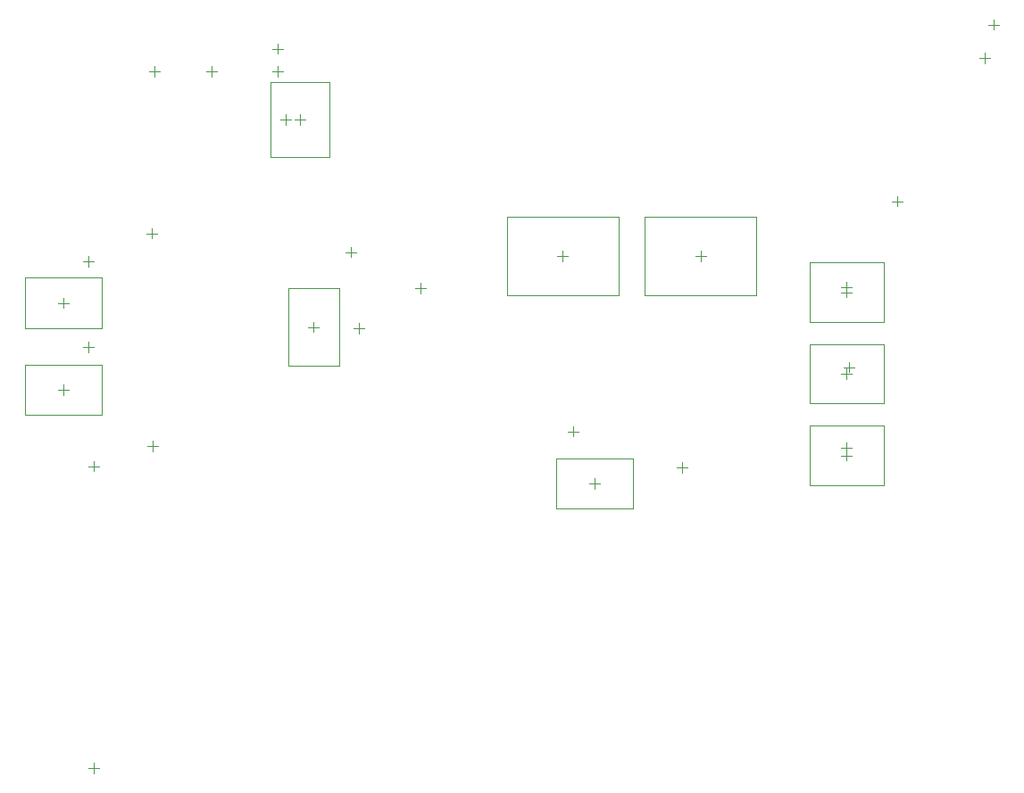
<source format=gbr>
G04 Layer_Color=32768*
%FSLAX26Y26*%
%MOIN*%
%TF.FileFunction,Other,Mechanical_15*%
%TF.Part,Single*%
G01*
G75*
%TA.AperFunction,NonConductor*%
%ADD78C,0.003937*%
%ADD79C,0.001968*%
D78*
X160315Y1815000D02*
X199685D01*
X180000Y1795315D02*
Y1834685D01*
X160315Y2135000D02*
X199685D01*
X180000Y2115315D02*
Y2154685D01*
X1970315Y1500000D02*
X2009685D01*
X1990000Y1480315D02*
Y1519685D01*
X2375315Y1365000D02*
X2414685D01*
X2395000Y1345315D02*
Y1384685D01*
X160315Y1815000D02*
X199685D01*
X180000Y1795315D02*
Y1834685D01*
X180315Y1370000D02*
X219685D01*
X200000Y1350315D02*
Y1389685D01*
X2990315Y2039685D02*
X3029685D01*
X3010000Y2020000D02*
Y2059370D01*
X1190000Y1865315D02*
Y1904685D01*
X1170315Y1885000D02*
X1209685D01*
X1140315Y2170000D02*
X1179685D01*
X1160000Y2150315D02*
Y2189685D01*
X3000315Y1740000D02*
X3039685D01*
X3020000Y1720315D02*
Y1759685D01*
X2990315Y1440000D02*
X3029685D01*
X3010000Y1420315D02*
Y1459685D01*
X895000Y2665000D02*
X934370D01*
X914685Y2645315D02*
Y2684685D01*
X85000Y1960315D02*
Y1999685D01*
X65315Y1980000D02*
X104685D01*
X2070000Y1285315D02*
Y1324685D01*
X2050315Y1305000D02*
X2089685D01*
X85000Y1635315D02*
Y1674685D01*
X65315Y1655000D02*
X104685D01*
X1000315Y1890000D02*
X1039685D01*
X1020000Y1870315D02*
Y1909685D01*
X395315Y2240000D02*
X434685D01*
X415000Y2220315D02*
Y2259685D01*
X180315Y240630D02*
X219685D01*
X200000Y220945D02*
Y260315D01*
X400315Y1445000D02*
X439685D01*
X420000Y1425315D02*
Y1464685D01*
X1400315Y2035000D02*
X1439685D01*
X1420000Y2015315D02*
Y2054685D01*
X885000Y2910315D02*
Y2949685D01*
X865315Y2930000D02*
X904685D01*
X405315Y2845000D02*
X444685D01*
X425000Y2825315D02*
Y2864685D01*
X3540315Y3020000D02*
X3579685D01*
X3560000Y3000315D02*
Y3039685D01*
X3525000Y2875315D02*
Y2914685D01*
X3505315Y2895000D02*
X3544685D01*
X3200000Y2340315D02*
Y2379685D01*
X3180315Y2360000D02*
X3219685D01*
X885000Y2825315D02*
Y2864685D01*
X865315Y2845000D02*
X904685D01*
X620315Y2845000D02*
X659685D01*
X640000Y2825315D02*
Y2864685D01*
X3010000Y2000315D02*
Y2039685D01*
X2990315Y2020000D02*
X3029685D01*
X2465000Y2135315D02*
Y2174685D01*
X2445315Y2155000D02*
X2484685D01*
X3010000Y1695315D02*
Y1734685D01*
X2990315Y1715000D02*
X3029685D01*
X1950000Y2135315D02*
Y2174685D01*
X1930315Y2155000D02*
X1969685D01*
X3010000Y1390315D02*
Y1429685D01*
X2990315Y1410000D02*
X3029685D01*
X950000Y2665000D02*
X989370D01*
X969685Y2645315D02*
Y2684685D01*
D79*
X-58701Y1885512D02*
X228701D01*
X-58701Y2074488D02*
X228701D01*
Y1885512D02*
Y2074488D01*
X-58701Y1885512D02*
Y2074488D01*
X1926299Y1210512D02*
X2213701D01*
X1926299Y1399488D02*
X2213701D01*
Y1210512D02*
Y1399488D01*
X1926299Y1210512D02*
Y1399488D01*
X-58701Y1560512D02*
X228701D01*
X-58701Y1749488D02*
X228701D01*
Y1560512D02*
Y1749488D01*
X-58701Y1560512D02*
Y1749488D01*
X1114488Y1746299D02*
Y2033701D01*
X925512Y1746299D02*
Y2033701D01*
X1114488D01*
X925512Y1746299D02*
X1114488D01*
X2871220Y2130236D02*
X3148780D01*
X2871220Y1909764D02*
X3148780D01*
Y2130236D01*
X2871220Y1909764D02*
Y2130236D01*
X2256339Y2301653D02*
X2673661D01*
X2256339Y2008346D02*
X2673661D01*
X2256339D02*
Y2301653D01*
X2673661Y2008346D02*
Y2301653D01*
X2871220Y1825236D02*
X3148780D01*
X2871220Y1604764D02*
X3148780D01*
Y1825236D01*
X2871220Y1604764D02*
Y1825236D01*
X1741339Y2301653D02*
X2158661D01*
X1741339Y2008346D02*
X2158661D01*
X1741339D02*
Y2301653D01*
X2158661Y2008346D02*
Y2301653D01*
X2871220Y1520236D02*
X3148780D01*
X2871220Y1299764D02*
X3148780D01*
Y1520236D01*
X2871220Y1299764D02*
Y1520236D01*
X1079921Y2526220D02*
Y2803780D01*
X859449Y2526220D02*
Y2803780D01*
X1079921D01*
X859449Y2526220D02*
X1079921D01*
%TF.MD5,927a3ba5ed53c435c01de77e3350be11*%
M02*

</source>
